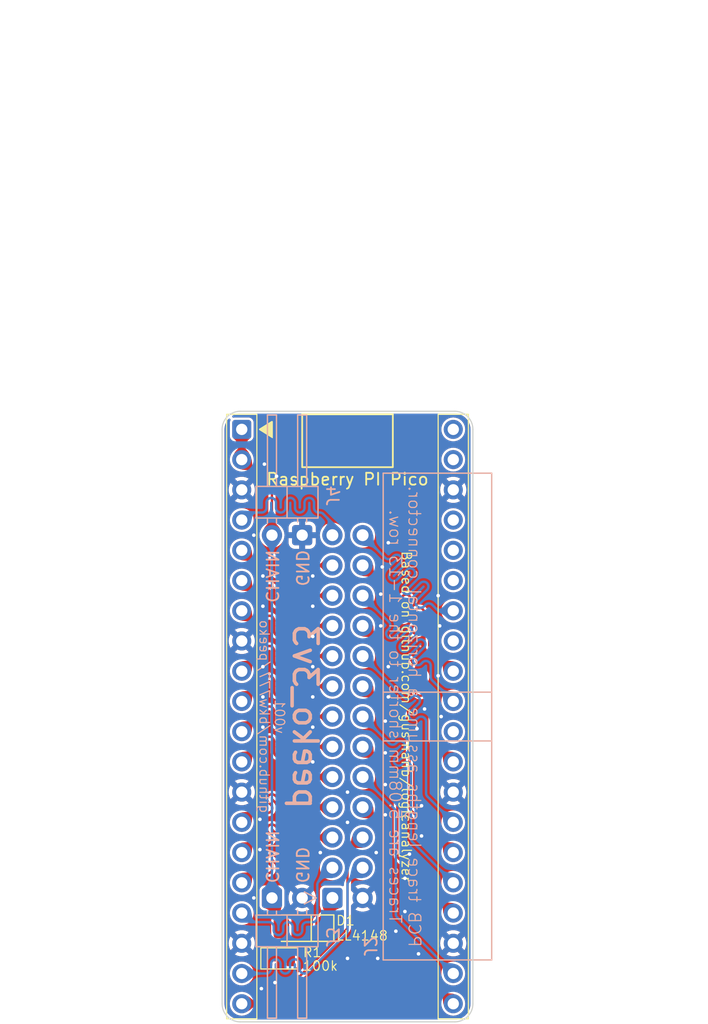
<source format=kicad_pcb>
(kicad_pcb (version 20240108) (generator "pcbnew") (generator_version "8.0")
  (title_block (title "peeko_3v3") (date "2024-09-18") (rev "001") (comment 1 "github.com/bkw777/peeko"))
  (layers (0 "F.Cu" signal) (31 "B.Cu" signal) (34 "B.Paste" user) (35 "F.Paste" user) (36 "B.SilkS" user "B.Silkscreen") (37 "F.SilkS" user "F.Silkscreen") (38 "B.Mask" user) (39 "F.Mask" user) (44 "Edge.Cuts" user))
  (net 0 "")
  (net 1 "/CHAIN")
  (net 2 "/TRIGGER")
  (net 3 "GND")
  (net 4 "/CH22")
  (net 5 "/CH6")
  (net 6 "/CH9")
  (net 7 "/CH11")
  (net 8 "/CH2")
  (net 9 "/CH13")
  (net 10 "/CH0")
  (net 11 "/CH23")
  (net 12 "/CH3")
  (net 13 "/CH21")
  (net 14 "/CH17")
  (net 15 "/CH7")
  (net 16 "/CH1")
  (net 17 "/CH4")
  (net 18 "/CH20")
  (net 19 "/CH8")
  (net 20 "/CH18")
  (net 21 "/CH16")
  (net 22 "/CH15")
  (net 23 "/CH10")
  (net 24 "/CH5")
  (net 25 "/CH12")
  (net 29 "/CH14")
  (net 32 "/CH19")
  (net 33 "+3V3")
  (net 34 "+5V")
  (footprint "000_LOCAL:DIP_40_700" (layer "F.Cu") (at 152.4 114.3)
    (property "Reference" "J1" (hide yes))
    (property "Value" "Raspberry PI Pico")
  )
  (footprint "000_LOCAL:D_MiniMELF" (layer "F.Cu") (at 148.59 132.08 180)
    (property "Reference" "D1")
    (property "Value" "LL4148")
  )
  (footprint "000_LOCAL:R_0805" (layer "F.Cu") (at 146.685 134.62 180)
    (property "Reference" "R1")
    (property "Value" "100k")
  )
  (footprint "000_LOCAL:PinHeader_1x02_P2.54mm_Horizontal" (layer "B.Cu") (at 146.05 129.54 -90)
    (property "Reference" "J3")
    (property "Value" "Conn_01x02_Pin")
  )
  (footprint "000_LOCAL:PinHeader_1x02_P2.54mm_Horizontal" (layer "B.Cu") (at 148.59 99.06 90)
    (property "Reference" "J4")
    (property "Value" "Conn_01x02_Pin")
  )
  (footprint "Connector_IDC:IDC-Header_2x13_P2.54mm_Horizontal" (layer "B.Cu") (at 151.13 129.54)
    (property "Reference" "J2")
    (property "Value" "Conn_02x15_Odd_Even")
  )
  (gr_poly (pts (xy 145.034 90.17) (xy 146.05 89.535) (xy 146.05 90.805)) (stroke (width 0.15)) (fill solid) (layer "F.SilkS"))
  (gr_rect (start 148.59 88.9) (end 156.21 93.345) (stroke (width 0.15)) (fill none) (layer "F.SilkS"))
  (gr_line (start 143.383 139.954) (end 161.417 139.954) (stroke (width 0.1)) (layer "Edge.Cuts"))
  (gr_arc (start 143.383 139.954) (mid 142.305369 139.507631) (end 141.859 138.43) (stroke (width 0.1)) (layer "Edge.Cuts"))
  (gr_line (start 141.859 90.17) (end 141.859 138.43) (stroke (width 0.1)) (layer "Edge.Cuts"))
  (gr_arc (start 162.941 138.43) (mid 162.494631 139.507631) (end 161.417 139.954) (stroke (width 0.1)) (layer "Edge.Cuts"))
  (gr_arc (start 141.859 90.17) (mid 142.305369 89.092369) (end 143.383 88.646) (stroke (width 0.1)) (layer "Edge.Cuts"))
  (gr_line (start 161.417 88.646) (end 143.383 88.646) (stroke (width 0.1)) (layer "Edge.Cuts"))
  (gr_arc (start 161.417 88.646) (mid 162.494631 89.092369) (end 162.941 90.17) (stroke (width 0.1)) (layer "Edge.Cuts"))
  (gr_line (start 162.941 138.43) (end 162.941 90.17) (stroke (width 0.1)) (layer "Edge.Cuts"))
  (gr_text "CHAIN" (at 146.05 100.203 270) (layer "B.SilkS") (effects (font (size 1 1)) (justify right mirror)))
  (gr_text "GND" (at 148.59 128.397 270) (layer "B.SilkS") (effects (font (size 1 1)) (justify left mirror)))
  (gr_text "v${REVISION}\n${COMMENT1}" (at 146.05 114.3 270) (layer "B.SilkS") (effects (font (size 0.8 0.8) (thickness 0.1)) (justify mirror)))
  (gr_text "${TITLE}" (at 148.844 114.3 270) (layer "B.SilkS") (effects (font (size 2 2) (thickness 0.3)) (justify mirror)))
  (gr_text "GND" (at 148.59 100.203 270) (layer "B.SilkS") (effects (font (size 1 1)) (justify right mirror)))
  (gr_text "CHAIN" (at 146.05 128.397 -90) (layer "B.SilkS") (effects (font (size 1 1)) (justify left mirror)))
  (gr_text "PCB trace lengths assume a horizontal connector.\nTraces are 5.08mm shorter to the 1-13 row." (at 155.829 114.3 270) (layer "B.SilkS") (effects (font (size 1 1) (thickness 0.1)) (justify bottom mirror)))
  (gr_text "Based on github.com/gusmanb/logicanalyzer" (at 157.353 114.3 270) (layer "F.SilkS") (effects (font (size 0.8 0.8) (thickness 0.1))))
  (segment (start 146.05 129.54) (end 146.558 130.048) (width 0.2) (layer "F.Cu") (net 1))
  (segment (start 146.558 131.798) (end 146.84 132.08) (width 0.2) (layer "F.Cu") (net 1))
  (segment (start 146.05 95.415685) (end 146.05 99.06) (width 0.2) (layer "F.Cu") (net 1))
  (segment (start 143.51 92.71) (end 143.51 90.17) (width 0.2) (layer "F.Cu") (net 1))
  (segment (start 143.51 92.71) (end 145.932843 95.132843) (width 0.2) (layer "F.Cu") (net 1))
  (segment (start 146.558 130.048) (end 146.558 131.798) (width 0.2) (layer "F.Cu") (net 1))
  (arc (start 146.05 95.415685) (mid 146.019552 95.262612) (end 145.932843 95.132843) (width 0.2) (layer "F.Cu") (net 1))
  (segment (start 146.05 99.06) (end 146.05 129.54) (width 0.2) (layer "B.Cu") (net 1))
  (segment (start 149.225 133.35) (end 150.34 132.235) (width 0.2) (layer "F.Cu") (net 2))
  (segment (start 150.622 131.798) (end 150.34 132.08) (width 0.2) (layer "F.Cu") (net 2))
  (segment (start 151.13 129.54) (end 150.622 130.048) (width 0.2) (layer "F.Cu") (net 2))
  (segment (start 150.34 132.235) (end 150.34 132.08) (width 0.2) (layer "F.Cu") (net 2))
  (segment (start 147.5975 134.62) (end 147.5975 134.4695) (width 0.2) (layer "F.Cu") (net 2))
  (segment (start 150.622 130.048) (end 150.622 131.798) (width 0.2) (layer "F.Cu") (net 2))
  (segment (start 148.717 133.35) (end 149.225 133.35) (width 0.2) (layer "F.Cu") (net 2))
  (segment (start 147.5975 134.4695) (end 148.717 133.35) (width 0.2) (layer "F.Cu") (net 2))
  (via (at 146.304 136.652) (size 0.5) (drill 0.3) (layers "F.Cu" "B.Cu") (net 3))
  (via (at 149.479 102.489) (size 0.5) (drill 0.3) (layers "F.Cu" "B.Cu") (net 3))
  (via (at 144.526 129.54) (size 0.5) (drill 0.3) (layers "F.Cu" "B.Cu") (net 3))
  (via (at 145.034 122.936) (size 0.5) (drill 0.3) (layers "F.Cu" "B.Cu") (net 3))
  (via (at 150.114 125.73) (size 0.5) (drill 0.3) (layers "F.Cu" "B.Cu") (net 3))
  (via (at 160.147 106.68) (size 0.5) (drill 0.3) (layers "F.Cu" "B.Cu") (net 3))
  (via (at 146.431 94.107) (size 0.5) (drill 0.3) (layers "F.Cu" "B.Cu") (net 3))
  (via (at 158.369 134.239) (size 0.5) (drill 0.3) (layers "F.Cu" "B.Cu") (net 3))
  (via (at 156.464 132.334) (size 0.5) (drill 0.3) (layers "F.Cu" "B.Cu") (net 3))
  (via (at 160.02 104.14) (size 0.5) (drill 0.3) (layers "F.Cu" "B.Cu") (net 3))
  (via (at 157.607 125.857) (size 0.5) (drill 0.3) (layers "F.Cu" "B.Cu") (net 3))
  (via (at 158.877 113.665) (size 0.5) (drill 0.3) (layers "F.Cu" "B.Cu") (net 3))
  (via (at 152.4 120.65) (size 0.5) (drill 0.3) (layers "F.Cu" "B.Cu") (net 3))
  (via (at 149.479 118.11) (size 0.5) (drill 0.3) (layers "F.Cu" "B.Cu") (net 3))
  (via (at 155.829 110.109) (size 0.5) (drill 0.3) (layers "F.Cu" "B.Cu") (net 3))
  (via (at 155.194 104.013) (size 0.5) (drill 0.3) (layers "F.Cu" "B.Cu") (net 3))
  (via (at 149.479 105.029) (size 0.5) (drill 0.3) (layers "F.Cu" "B.Cu") (net 3))
  (via (at 154.94 134.62) (size 0.5) (drill 0.3) (layers "F.Cu" "B.Cu") (net 3))
  (via (at 149.479 112.649) (size 0.5) (drill 0.3) (layers "F.Cu" "B.Cu") (net 3))
  (via (at 155.575 117.348) (size 0.5) (drill 0.3) (layers "F.Cu" "B.Cu") (net 3))
  (via (at 152.4 123.19) (size 0.5) (drill 0.3) (layers "F.Cu" "B.Cu") (net 3))
  (via (at 145.288 105.029) (size 0.5) (drill 0.3) (layers "F.Cu" "B.Cu") (net 3))
  (via (at 145.288 110.109) (size 0.5) (drill 0.3) (layers "F.Cu" "B.Cu") (net 3))
  (via (at 155.575 120.015) (size 0.5) (drill 0.3) (layers "F.Cu" "B.Cu") (net 3))
  (via (at 160.274 114.3) (size 0.5) (drill 0.3) (layers "F.Cu" "B.Cu") (net 3))
  (via (at 155.194 106.68) (size 0.5) (drill 0.3) (layers "F.Cu" "B.Cu") (net 3))
  (via (at 145.288 102.489) (size 0.5) (drill 0.3) (layers "F.Cu" "B.Cu") (net 3))
  (via (at 149.479 107.569) (size 0.5) (drill 0.3) (layers "F.Cu" "B.Cu") (net 3))
  (via (at 144.526 99.06) (size 0.5) (drill 0.3) (layers "F.Cu" "B.Cu") (net 3))
  (via (at 155.321 101.727) (size 0.5) (drill 0.3) (layers "F.Cu" "B.Cu") (net 3))
  (via (at 154.813 125.73) (size 0.5) (drill 0.3) (layers "F.Cu" "B.Cu") (net 3))
  (via (at 160.02 110.871) (size 0.5) (drill 0.3) (layers "F.Cu" "B.Cu") (net 3))
  (via (at 155.575 122.555) (size 0.5) (drill 0.3) (layers "F.Cu" "B.Cu") (net 3))
  (via (at 145.161 137.16) (size 0.5) (drill 0.3) (layers "F.Cu" "B.Cu") (net 3))
  (via (at 157.226 127.889) (size 0.5) (drill 0.3) (layers "F.Cu" "B.Cu") (net 3))
  (via (at 155.829 99.695) (size 0.5) (drill 0.3) (layers "F.Cu" "B.Cu") (net 3))
  (via (at 145.415 93.091) (size 0.5) (drill 0.3) (layers "F.Cu" "B.Cu") (net 3))
  (via (at 145.288 115.189) (size 0.5) (drill 0.3) (layers "F.Cu" "B.Cu") (net 3))
  (via (at 149.479 110.109) (size 0.5) (drill 0.3) (layers "F.Cu" "B.Cu") (net 3))
  (via (at 157.226 130.683) (size 0.5) (drill 0.3) (layers "F.Cu" "B.Cu") (net 3))
  (via (at 158.623 124.333) (size 0.5) (drill 0.3) (layers "F.Cu" "B.Cu") (net 3))
  (via (at 145.034 125.476) (size 0.5) (drill 0.3) (layers "F.Cu" "B.Cu") (net 3))
  (via (at 158.242 115.316) (size 0.5) (drill 0.3) (layers "F.Cu" "B.Cu") (net 3))
  (via (at 152.4 134.62) (size 0.5) (drill 0.3) (layers "F.Cu" "B.Cu") (net 3))
  (via (at 149.479 115.189) (size 0.5) (drill 0.3) (layers "F.Cu" "B.Cu") (net 3))
  (via (at 145.288 112.649) (size 0.5) (drill 0.3) (layers "F.Cu" "B.Cu") (net 3))
  (via (at 155.829 112.649) (size 0.5) (drill 0.3) (layers "F.Cu" "B.Cu") (net 3))
  (via (at 158.623 121.793) (size 0.5) (drill 0.3) (layers "F.Cu" "B.Cu") (net 3))
  (via (at 155.575 114.681) (size 0.5) (drill 0.3) (layers "F.Cu" "B.Cu") (net 3))
  (segment (start 158.055503 106.553001) (end 158.338346 106.270158) (width 0.2) (layer "F.Cu") (net 4))
  (segment (start 155.365991 103.297803) (end 153.67 101.601812) (width 0.2) (layer "F.Cu") (net 4))
  (segment (start 159.186897 107.118709) (end 159.186876 107.118688) (width 0.2) (layer "F.Cu") (net 4))
  (segment (start 156.358439 104.855936) (end 156.239798 104.974577) (width 0.2) (layer "F.Cu") (net 4))
  (segment (start 158.62119 107.118688) (end 158.502539 107.237336) (width 0.2) (layer "F.Cu") (net 4))
  (segment (start 158.174169 105.302961) (end 157.772658 105.704471) (width 0.2) (layer "F.Cu") (net 4))
  (segment (start 158.338345 106.270157) (end 158.739855 105.868646) (width 0.2) (layer "F.Cu") (net 4))
  (segment (start 157.936853 106.67165) (end 158.055503 106.553001) (width 0.2) (layer "F.Cu") (net 4))
  (segment (start 156.805497 105.540259) (end 157.206971 105.138782) (width 0.2) (layer "F.Cu") (net 4))
  (segment (start 155.792754 103.724566) (end 155.365991 103.297803) (width 0.2) (layer "F.Cu") (net 4))
  (segment (start 159.267842 108.302157) (end 159.267842 107.613972) (width 0.2) (layer "F.Cu") (net 4))
  (segment (start 157.772658 105.70447) (end 157.371181 106.105944) (width 0.2) (layer "F.Cu") (net 4))
  (segment (start 157.042772 104.171607) (end 156.641283 104.573095) (width 0.2) (layer "F.Cu") (net 4))
  (segment (start 157.20697 105.138782) (end 157.608458 104.737293) (width 0.2) (layer "F.Cu") (net 4))
  (segment (start 157.772658 105.704471) (end 157.772658 105.70447) (width 0.2) (layer "F.Cu") (net 4))
  (segment (start 159.267842 107.613972) (end 159.267842 107.363527) (width 0.2) (layer "F.Cu") (net 4))
  (segment (start 158.338346 106.270158) (end 158.338345 106.270157) (width 0.2) (layer "F.Cu") (net 4))
  (segment (start 156.641283 104.573095) (end 156.358439 104.855936) (width 0.2) (layer "F.Cu") (net 4))
  (segment (start 155.792753 103.724564) (end 155.792754 103.724566) (width 0.2) (layer "F.Cu") (net 4))
  (segment (start 161.29 110.49) (end 159.385 108.585) (width 0.2) (layer "F.Cu") (net 4))
  (segment (start 153.67 101.601812) (end 153.67 101.6) (width 0.2) (layer "F.Cu") (net 4))
  (segment (start 157.206971 105.138782) (end 157.20697 105.138782) (width 0.2) (layer "F.Cu") (net 4))
  (segment (start 155.674112 104.408891) (end 155.792754 104.29025) (width 0.2) (layer "F.Cu") (net 4))
  (arc (start 157.608458 104.737293) (mid 157.725615 104.45445) (end 157.608458 104.171607) (width 0.2) (layer "F.Cu") (net 4))
  (arc (start 157.936853 107.237336) (mid 157.819696 106.954493) (end 157.936853 106.67165) (width 0.2) (layer "F.Cu") (net 4))
  (arc (start 156.239798 104.974577) (mid 155.956955 105.091734) (end 155.674112 104.974577) (width 0.2) (layer "F.Cu") (net 4))
  (arc (start 159.186876 107.118688) (mid 158.904033 107.001531) (end 158.62119 107.118688) (width 0.2) (layer "F.Cu") (net 4))
  (arc (start 158.739855 105.868646) (mid 158.857012 105.585803) (end 158.739855 105.302961) (width 0.2) (layer "F.Cu") (net 4))
  (arc (start 155.792754 104.29025) (mid 155.909911 104.007407) (end 155.792753 103.724564) (width 0.2) (layer "F.Cu") (net 4))
  (arc (start 157.608458 104.171607) (mid 157.325615 104.05445) (end 157.042772 104.171607) (width 0.2) (layer "F.Cu") (net 4))
  (arc (start 157.371181 106.105944) (mid 157.088338 106.223101) (end 156.805497 106.105945) (width 0.2) (layer "F.Cu") (net 4))
  (arc (start 156.805497 106.105945) (mid 156.68834 105.823102) (end 156.805497 105.540259) (width 0.2) (layer "F.Cu") (net 4))
  (arc (start 158.739855 105.302961) (mid 158.457012 105.185804) (end 158.174169 105.302961) (width 0.2) (layer "F.Cu") (net 4))
  (arc (start 159.385 108.585) (mid 159.298291 108.455231) (end 159.267842 108.302157) (width 0.2) (layer "F.Cu") (net 4))
  (arc (start 155.674112 104.974577) (mid 155.556955 104.691734) (end 155.674112 104.408891) (width 0.2) (layer "F.Cu") (net 4))
  (arc (start 159.267842 107.363527) (mid 159.24661 107.234954) (end 159.186897 107.118709) (width 0.2) (layer "F.Cu") (net 4))
  (arc (start 158.502539 107.237336) (mid 158.219696 107.354493) (end 157.936853 107.237336) (width 0.2) (layer "F.Cu") (net 4))
  (segment (start 146.234 113.9) (end 146.234 114.3) (width 0.2) (layer "F.Cu") (net 5))
  (segment (start 145.434 113.9) (end 145.434 113.851857) (width 0.2) (layer "F.Cu") (net 5))
  (segment (start 147.834 113.851857) (end 147.834 114.3) (width 0.2) (layer "F.Cu") (net 5))
  (segment (start 149.434 113.851857) (end 149.434 113.9) (width 0.2) (layer "F.Cu") (net 5))
  (segment (start 148.634 113.9) (end 148.634 113.851857) (width 0.2) (layer "F.Cu") (net 5))
  (segment (start 143.51 115.57) (end 144.662842 114.417158) (width 0.2) (layer "F.Cu") (net 5))
  (segment (start 146.234 114.3) (end 146.234 114.748143) (width 0.2) (layer "F.Cu") (net 5))
  (segment (start 147.034 114.3) (end 147.034 113.851857) (width 0.2) (layer "F.Cu") (net 5))
  (segment (start 147.834 114.3) (end 147.834 114.748143) (width 0.2) (layer "F.Cu") (net 5))
  (segment (start 148.634 114.3) (end 148.634 113.9) (width 0.2) (layer "F.Cu") (net 5))
  (segment (start 144.945685 114.3) (end 145.034 114.3) (width 0.2) (layer "F.Cu") (net 5))
  (segment (start 148.634 114.748143) (end 148.634 114.3) (width 0.2) (layer "F.Cu") (net 5))
  (segment (start 147.034 114.748143) (end 147.034 114.3) (width 0.2) (layer "F.Cu") (net 5))
  (segment (start 150.241 114.3) (end 151.13 114.3) (width 0.2) (layer "F.Cu") (net 5))
  (segment (start 146.234 113.851857) (end 146.234 113.9) (width 0.2) (layer "F.Cu") (net 5))
  (segment (start 149.834 114.3) (end 150.241 114.3) (width 0.2) (layer "F.Cu") (net 5))
  (arc (start 147.834 114.748143) (mid 147.951157 115.030986) (end 148.234 115.148143) (width 0.2) (layer "F.Cu") (net 5))
  (arc (start 145.434 113.851857) (mid 145.551157 113.569014) (end 145.834 113.451857) (width 0.2) (layer "F.Cu") (net 5))
  (arc (start 145.834 113.451857) (mid 146.116843 113.569014) (end 146.234 113.851857) (width 0.2) (layer "F.Cu") (net 5))
  (arc (start 146.234 114.748143) (mid 146.351157 115.030986) (end 146.634 115.148143) (width 0.2) (layer "F.Cu") (net 5))
  (arc (start 149.434 113.9) (mid 149.551157 114.182843) (end 149.834 114.3) (width 0.2) (layer "F.Cu") (net 5))
  (arc (start 147.034 113.851857) (mid 147.151157 113.569014) (end 147.434 113.451857) (width 0.2) (layer "F.Cu") (net 5))
  (arc (start 146.634 115.148143) (mid 146.916843 115.030986) (end 147.034 114.748143) (width 0.2) (layer "F.Cu") (net 5))
  (arc (start 144.662842 114.417158) (mid 144.792611 114.330448) (end 144.945685 114.3) (width 0.2) (layer "F.Cu") (net 5))
  (arc (start 148.234 115.148143) (mid 148.516843 115.030986) (end 148.634 114.748143) (width 0.2) (layer "F.Cu") (net 5))
  (arc (start 148.634 113.851857) (mid 148.751157 113.569014) (end 149.034 113.451857) (width 0.2) (layer "F.Cu") (net 5))
  (arc (start 147.434 113.451857) (mid 147.716843 113.569014) (end 147.834 113.851857) (width 0.2) (layer "F.Cu") (net 5))
  (arc (start 149.034 113.451857) (mid 149.316843 113.569014) (end 149.434 113.851857) (width 0.2) (layer "F.Cu") (net 5))
  (arc (start 145.034 114.3) (mid 145.316843 114.182843) (end 145.434 113.9) (width 0.2) (layer "F.Cu") (net 5))
  (segment (start 147.161614 123.193038) (end 146.887129 122.918553) (width 0.2) (layer "F.Cu") (net 6))
  (segment (start 146.887129 122.352868) (end 146.88713 122.352869) (width 0.2) (layer "F.Cu") (net 6))
  (segment (start 143.51 125.73) (end 144.607991 124.632009) (width 0.2) (layer "F.Cu") (net 6))
  (segment (start 144.607991 124.632009) (end 144.624389 124.615611) (width 0.2) (layer "F.Cu") (net 6))
  (segment (start 151.13 121.92) (end 151.128189 121.918189) (width 0.2) (layer "F.Cu") (net 6))
  (segment (start 143.51 125.728188) (end 143.51 125.73) (width 0.2) (layer "F.Cu") (net 6))
  (segment (start 145.190074 124.615611) (end 145.393883 124.81942) (width 0.2) (layer "F.Cu") (net 6))
  (segment (start 150.008275 121.92) (end 151.13 121.92) (width 0.2) (layer "F.Cu") (net 6))
  (segment (start 146.88713 122.352869) (end 147.202843 122.037157) (width 0.2) (layer "F.Cu") (net 6))
  (segment (start 149.235655 122.958163) (end 149.235655 122.32) (width 0.2) (layer "F.Cu") (net 6))
  (segment (start 149.635655 121.92) (end 150.008275 121.92) (width 0.2) (layer "F.Cu") (net 6))
  (segment (start 145.755758 123.484239) (end 145.755759 123.48424) (width 0.2) (layer "F.Cu") (net 6))
  (segment (start 146.321445 123.48424) (end 146.595929 123.758724) (width 0.2) (layer "F.Cu") (net 6))
  (segment (start 145.755759 123.48424) (end 145.75576 123.48424) (width 0.2) (layer "F.Cu") (net 6))
  (segment (start 148.435655 122.32) (end 148.435655 122.958163) (width 0.2) (layer "F.Cu") (net 6))
  (segment (start 147.485685 121.92) (end 148.035655 121.92) (width 0.2) (layer "F.Cu") (net 6))
  (segment (start 145.959568 124.253734) (end 145.755758 124.049924) (width 0.2) (layer "F.Cu") (net 6))
  (arc (start 146.887129 122.918553) (mid 146.769971 122.635711) (end 146.887129 122.352868) (width 0.2) (layer "F.Cu") (net 6))
  (arc (start 145.755758 124.049924) (mid 145.6386 123.767082) (end 145.755758 123.484239) (width 0.2) (layer "F.Cu") (net 6))
  (arc (start 145.393883 124.81942) (mid 145.676726 124.936577) (end 145.959568 124.81942) (width 0.2) (layer "F.Cu") (net 6))
  (arc (start 146.595929 123.758724) (mid 146.878772 123.875881) (end 147.161614 123.758724) (width 0.2) (layer "F.Cu") (net 6))
  (arc (start 147.161614 123.758724) (mid 147.278771 123.475881) (end 147.161614 123.193038) (width 0.2) (layer "F.Cu") (net 6))
  (arc (start 148.035655 121.92) (mid 148.318498 122.037157) (end 148.435655 122.32) (width 0.2) (layer "F.Cu") (net 6))
  (arc (start 147.202843 122.037157) (mid 147.332612 121.950448) (end 147.485685 121.92) (width 0.2) (layer "F.Cu") (net 6))
  (arc (start 148.435655 122.958163) (mid 148.552812 123.241006) (end 148.835655 123.358163) (width 0.2) (layer "F.Cu") (net 6))
  (arc (start 149.235655 122.32) (mid 149.352812 122.037157) (end 149.635655 121.92) (width 0.2) (layer "F.Cu") (net 6))
  (arc (start 145.959568 124.81942) (mid 146.076725 124.536577) (end 145.959568 124.253734) (width 0.2) (layer "F.Cu") (net 6))
  (arc (start 148.835655 123.358163) (mid 149.118498 123.241006) (end 149.235655 122.958163) (width 0.2) (layer "F.Cu") (net 6))
  (arc (start 145.75576 123.48424) (mid 146.038602 123.367083) (end 146.321445 123.48424) (width 0.2) (layer "F.Cu") (net 6))
  (arc (start 144.624389 124.615611) (mid 144.907231 124.498454) (end 145.190074 124.615611) (width 0.2) (layer "F.Cu") (net 6))
  (segment (start 147.796 131.972) (end 147.796 132.259175) (width 0.2) (layer "B.Cu") (net 7))
  (segment (start 146.996 132.259154) (end 146.996 131.972) (width 0.2) (layer "B.Cu") (net 7))
  (segment (start 148.596 132.259175) (end 148.596 131.972) (width 0.2) (layer "B.Cu") (net 7))
  (segment (start 148.998897 131.572) (end 149.46 131.572) (width 0.2) (layer "B.Cu") (net 7))
  (segment (start 148.996 131.572) (end 148.998897 131.572) (width 0.2) (layer "B.Cu") (net 7))
  (segment (start 144.272 131.572) (end 145.796 131.572) (width 0.2) (layer "B.Cu") (net 7))
  (segment (start 149.86 131.172) (end 149.86 128.435685) (width 0.2) (layer "B.Cu") (net 7))
  (segment (start 149.977157 128.152843) (end 151.13 127) (width 0.2) (layer "B.Cu") (net 7))
  (segment (start 146.196 131.972) (end 146.196 132.259154) (width 0.2) (layer "B.Cu") (net 7))
  (segment (start 143.51 130.81) (end 144.272 131.572) (width 0.2) (layer "B.Cu") (net 7))
  (arc (start 147.396 131.572) (mid 147.678843 131.689157) (end 147.796 131.972) (width 0.2) (layer "B.Cu") (net 7))
  (arc (start 149.46 131.572) (mid 149.742843 131.454843) (end 149.86 131.172) (width 0.2) (layer "B.Cu") (net 7))
  (arc (start 148.196 132.659175) (mid 148.478843 132.542018) (end 148.596 132.259175) (width 0.2) (layer "B.Cu") (net 7))
  (arc (start 148.596 131.972) (mid 148.713157 131.689157) (end 148.996 131.572) (width 0.2) (layer "B.Cu") (net 7))
  (arc (start 146.196 132.259154) (mid 146.313157 132.541997) (end 146.596 132.659154) (width 0.2) (layer "B.Cu") (net 7))
  (arc (start 146.596 132.659154) (mid 146.878843 132.541997) (end 146.996 132.259154) (width 0.2) (layer "B.Cu") (net 7))
  (arc (start 145.796 131.572) (mid 146.078843 131.689157) (end 146.196 131.972) (width 0.2) (layer "B.Cu") (net 7))
  (arc (start 149.86 128.435685) (mid 149.890448 128.282612) (end 149.977157 128.152843) (width 0.2) (layer "B.Cu") (net 7))
  (arc (start 146.996 131.972) (mid 147.113157 131.689157) (end 147.396 131.572) (width 0.2) (layer "B.Cu") (net 7))
  (arc (start 147.796 132.259175) (mid 147.913157 132.542018) (end 148.196 132.659175) (width 0.2) (layer "B.Cu") (net 7))
  (segment (start 149.434 103.691857) (end 149.434 103.74) (width 0.2) (layer "F.Cu") (net 8))
  (segment (start 143.51 102.87) (end 144.662842 104.022842) (width 0.2) (layer "F.Cu") (net 8))
  (segment (start 146.234 103.691857) (end 146.234 103.74) (width 0.2) (layer "F.Cu") (net 8))
  (segment (start 148.634 103.74) (end 148.634 103.691857) (width 0.2) (layer "F.Cu") (net 8))
  (segment (start 150.241 104.14) (end 151.13 104.14) (width 0.2) (layer "F.Cu") (net 8))
  (segment (start 145.434 103.74) (end 145.434 103.691857) (width 0.2) (layer "F.Cu") (net 8))
  (segment (start 144.945685 104.14) (end 145.034 104.14) (width 0.2) (layer "F.Cu") (net 8))
  (segment (start 146.234 103.74) (end 146.234 104.14) (width 0.2) (layer "F.Cu") (net 8))
  (segment (start 148.634 104.588143) (end 148.634 104.14) (width 0.2) (layer "F.Cu") (net 8))
  (segment (start 148.634 104.14) (end 148.634 103.74) (width 0.2) (layer "F.Cu") (net 8))
  (segment (start 147.834 103.691857) (end 147.834 104.14) (width 0.2) (layer "F.Cu") (net 8))
  (segment (start 149.834 104.14) (end 150.241 104.14) (width 0.2) (layer "F.Cu") (net 8))
  (segment (start 147.034 104.588143) (end 147.034 104.14) (width 0.2) (layer "F.Cu") (net 8))
  (segment (start 146.234 104.14) (end 146.234 104.588143) (width 0.2) (layer "F.Cu") (net 8))
  (segment (start 147.834 104.14) (end 147.834 104.588143) (width 0.2) (layer "F.Cu") (net 8))
  (segment (start 147.034 104.14) (end 147.034 103.691857) (width 0.2) (layer "F.Cu") (net 8))
  (arc (start 147.434 103.291857) (mid 147.716843 103.409014) (end 147.834 103.691857) (width 0.2) (layer "F.Cu") (net 8))
  (arc (start 148.634 103.691857) (mid 148.751157 103.409014) (end 149.034 103.291857) (width 0.2) (layer "F.Cu") (net 8))
  (arc (start 146.234 104.588143) (mid 146.351157 104.870986) (end 146.634 104.988143) (width 0.2) (layer "F.Cu") (net 8))
  (arc (start 145.034 104.14) (mid 145.316843 104.022843) (end 145.434 103.74) (width 0.2) (layer "F.Cu") (net 8))
  (arc (start 146.634 104.988143) (mid 146.916843 104.870986) (end 147.034 104.588143) (width 0.2) (layer "F.Cu") (net 8))
  (arc (start 145.834 103.291857) (mid 146.116843 103.409014) (end 146.234 103.691857) (width 0.2) (layer "F.Cu") (net 8))
  (arc (start 149.434 103.74) (mid 149.551157 104.022843) (end 149.834 104.14) (width 0.2) (layer "F.Cu") (net 8))
  (arc (start 145.434 103.691857) (mid 145.551157 103.409014) (end 145.834 103.291857) (width 0.2) (layer "F.Cu") (net 8))
  (arc (start 144.662842 104.022842) (mid 144.792611 104.109552) (end 144.945685 104.14) (width 0.2) (layer "F.Cu") (net 8))
  (arc (start 147.834 104.588143) (mid 147.951157 104.870986) (end 148.234 104.988143) (width 0.2) (layer "F.Cu") (net 8))
  (arc (start 149.034 103.291857) (mid 149.316843 103.409014) (end 149.434 103.691857) (width 0.2) (layer "F.Cu") (net 8))
  (arc (start 147.034 103.691857) (mid 147.151157 103.409014) (end 147.434 103.291857) (width 0.2) (layer "F.Cu") (net 8))
  (arc (start 148.234 104.988143) (mid 148.516843 104.870986) (end 148.634 104.588143) (width 0.2) (layer "F.Cu") (net 8))
  (segment (start 143.51 138.43) (end 145.909715 138.43) (width 0.2) (layer "F.Cu") (net 9))
  (segment (start 146.192558 138.312842) (end 152.282843 132.222557) (width 0.2) (layer "F.Cu") (net 9))
  (segment (start 152.517158 125.612842) (end 153.67 124.46) (width 0.2) (layer "F.Cu") (net 9))
  (segment (start 152.4 131.939715) (end 152.4 125.895685) (width 0.2) (layer "F.Cu") (net 9))
  (arc (start 152.282843 132.222557) (mid 152.369552 132.092788) (end 152.4 131.939715) (width 0.2) (layer "F.Cu") (net 9))
  (arc (start 145.909715 138.43) (mid 146.062789 138.399552) (end 146.192558 138.312842) (width 0.2) (layer "F.Cu") (net 9))
  (arc (start 152.4 125.895685) (mid 152.430449 125.742611) (end 152.517158 125.612842) (width 0.2) (layer "F.Cu") (net 9))
  (segment (start 144.145 97.155) (end 143.51 97.79) (width 0.2) (layer "B.Cu") (net 10))
  (segment (start 151.13 99.06) (end 151.13 98.044) (width 0.2) (layer "B.Cu") (net 10))
  (segment (start 146.387 96.755) (end 146.387 96.328308) (width 0.2) (layer "B.Cu") (net 10))
  (segment (start 150.075315 97.155) (end 149.987 97.155) (width 0.2) (layer "B.Cu") (net 10))
  (segment (start 149.587 96.755) (end 149.587 96.328308) (width 0.2) (layer "B.Cu") (net 10))
  (segment (start 145.587 96.328308) (end 145.587 96.755) (width 0.2) (layer "B.Cu") (net 10))
  (segment (start 144.78 97.155) (end 144.145 97.155) (width 0.2) (layer "B.Cu") (net 10))
  (segment (start 148.787 96.328308) (end 148.787 96.755) (width 0.2) (layer "B.Cu") (net 10))
  (segment (start 147.987 96.755) (end 147.987 96.328329) (width 0.2) (layer "B.Cu") (net 10))
  (segment (start 145.187 97.155) (end 144.78 97.155) (width 0.2) (layer "B.Cu") (net 10))
  (segment (start 151.13 98.044) (end 150.358157 97.272157) (width 0.2) (layer "B.Cu") (net 10))
  (segment (start 147.187 96.328329) (end 147.187 96.755) (width 0.2) (layer "B.Cu") (net 10))
  (arc (start 146.787 97.155) (mid 146.504157 97.037843) (end 146.387 96.755) (width 0.2) (layer "B.Cu") (net 10))
  (arc (start 145.987 95.928308) (mid 145.704157 96.045465) (end 145.587 96.328308) (width 0.2) (layer "B.Cu") (net 10))
  (arc (start 145.587 96.755) (mid 145.469843 97.037843) (end 145.187 97.155) (width 0.2) (layer "B.Cu") (net 10))
  (arc (start 147.987 96.328329) (mid 147.869843 96.045486) (end 147.587 95.928329) (width 0.2) (layer "B.Cu") (net 10))
  (arc (start 148.787 96.755) (mid 148.669843 97.037843) (end 148.387 97.155) (width 0.2) (layer "B.Cu") (net 10))
  (arc (start 147.587 95.928329) (mid 147.304157 96.045486) (end 147.187 96.328329) (width 0.2) (layer "B.Cu") (net 10))
  (arc (start 146.387 96.328308) (mid 146.269843 96.045465) (end 145.987 95.928308) (width 0.2) (layer "B.Cu") (net 10))
  (arc (start 147.187 96.755) (mid 147.069843 97.037843) (end 146.787 97.155) (width 0.2) (layer "B.Cu") (net 10))
  (arc (start 150.358157 97.272157) (mid 150.228388 97.185448) (end 150.075315 97.155) (width 0.2) (layer "B.Cu") (net 10))
  (arc (start 148.387 97.155) (mid 148.104157 97.037843) (end 147.987 96.755) (width 0.2) (layer "B.Cu") (net 10))
  (arc (start 149.987 97.155) (mid 149.704157 97.037843) (end 149.587 96.755) (width 0.2) (layer "B.Cu") (net 10))
  (arc (start 149.187 95.928308) (mid 148.904157 96.045465) (end 148.787 96.328308) (width 0.2) (layer "B.Cu") (net 10))
  (arc (start 149.587 96.328308) (mid 149.469843 96.045465) (end 149.187 95.928308) (width 0.2) (layer "B.Cu") (net 10))
  (segment (start 161.29 105.41) (end 160.02 105.41) (width 0.2) (layer "B.Cu") (net 11))
  (segment (start 156.411915 101.801915) (end 156.694757 101.519072) (width 0.2) (layer "B.Cu") (net 11))
  (segment (start 156.411916 101.801915) (end 156.411915 101.801915) (width 0.2) (layer "B.Cu") (net 11))
  (segment (start 157.543291 102.933291) (end 157.54329 102.93329) (width 0.2) (layer "B.Cu") (net 11))
  (segment (start 158.108978 103.498978) (end 157.697491 103.910462) (width 0.2) (layer "B.Cu") (net 11))
  (segment (start 158.674665 104.064665) (end 159.086136 103.653193) (width 0.2) (layer "B.Cu") (net 11))
  (segment (start 158.391823 104.347508) (end 158.674665 104.064666) (width 0.2) (layer "B.Cu") (net 11))
  (segment (start 155.563385 100.953386) (end 155.563386 100.953386) (width 0.2) (layer "B.Cu") (net 11))
  (segment (start 156.25775 100.824708) (end 156.129071 100.953386) (width 0.2) (layer "B.Cu") (net 11))
  (segment (start 156.977603 102.367603) (end 156.566087 102.779116) (width 0.2) (layer "B.Cu") (net 11))
  (segment (start 158.263161 104.476173) (end 158.391823 104.347508) (width 0.2) (layer "B.Cu") (net 11))
  (segment (start 157.3891 101.956108) (end 156.977603 102.367604) (width 0.2) (layer "B.Cu") (net 11))
  (segment (start 158.674665 104.064666) (end 158.674665 104.064665) (width 0.2) (layer "B.Cu") (net 11))
  (segment (start 156.694757 101.519072) (end 156.823436 101.390393) (width 0.2) (layer "B.Cu") (net 11))
  (segment (start 155.20191 100.59191) (end 153.67 99.06) (width 0.2) (layer "B.Cu") (net 11))
  (segment (start 160.02 105.41) (end 159.523196 104.913196) (width 0.2) (layer "B.Cu") (net 11))
  (segment (start 156.977603 102.367604) (end 156.977603 102.367603) (width 0.2) (layer "B.Cu") (net 11))
  (segment (start 155.563386 100.953386) (end 155.20191 100.59191) (width 0.2) (layer "B.Cu") (net 11))
  (segment (start 157.54329 102.93329) (end 157.954786 102.521793) (width 0.2) (layer "B.Cu") (net 11))
  (segment (start 158.52045 103.087507) (end 158.108978 103.498978) (width 0.2) (layer "B.Cu") (net 11))
  (segment (start 156.000403 102.213431) (end 156.411916 101.801915) (width 0.2) (layer "B.Cu") (net 11))
  (segment (start 158.95751 104.913196) (end 158.828845 105.041858) (width 0.2) (layer "B.Cu") (net 11))
  (segment (start 157.131805 103.344776) (end 157.543291 102.933291) (width 0.2) (layer "B.Cu") (net 11))
  (arc (start 157.954786 102.521793) (mid 158.071943 102.23895) (end 157.954786 101.956108) (width 0.2) (layer "B.Cu") (net 11))
  (arc (start 159.086136 103.087507) (mid 158.803293 102.97035) (end 158.52045 103.087507) (width 0.2) (layer "B.Cu") (net 11))
  (arc (start 159.086136 103.653193) (mid 159.203293 103.37035) (end 159.086136 103.087507) (width 0.2) (layer "B.Cu") (net 11))
  (arc (start 156.129071 100.953386) (mid 155.846228 101.070543) (end 155.563385 100.953386) (width 0.2) (layer "B.Cu") (net 11))
  (arc (start 157.697491 103.910462) (mid 157.414648 104.027619) (end 157.131805 103.910462) (width 0.2) (layer "B.Cu") (net 11))
  (arc (start 156.000403 102.779117) (mid 155.883246 102.496274) (end 156.000403 102.213431) (width 0.2) (layer "B.Cu") (net 11))
  (arc (start 156.823436 100.824708) (mid 156.540593 100.707551) (end 156.25775 100.824708) (width 0.2) (layer "B.Cu") (net 11))
  (arc (start 159.523196 104.913196) (mid 159.240353 104.796039) (end 158.95751 104.913196) (width 0.2) (layer "B.Cu") (net 11))
  (arc (start 157.131805 103.910462) (mid 157.014648 103.627619) (end 157.131805 103.344776) (width 0.2) (layer "B.Cu") (net 11))
  (arc (start 156.566087 102.779116) (mid 156.283244 102.896273) (end 156.000403 102.779117) (width 0.2) (layer "B.Cu") (net 11))
  (arc (start 157.954786 101.956108) (mid 157.671943 101.838951) (end 157.3891 101.956108) (width 0.2) (layer "B.Cu") (net 11))
  (arc (start 156.823436 101.390393) (mid 156.940593 101.10755) (end 156.823436 100.824708) (width 0.2) (layer "B.Cu") (net 11))
  (arc (start 158.263161 105.041859) (mid 158.146004 104.759016) (end 158.263161 104.476173) (width 0.2) (layer "B.Cu") (net 11))
  (arc (start 158.828845 105.041858) (mid 158.546002 105.159015) (end 158.263161 105.041859) (width 0.2) (layer "B.Cu") (net 11))
  (segment (start 144.945685 106.68) (end 145.034 106.68) (width 0.2) (layer "F.Cu") (net 12))
  (segment (start 147.034 107.128143) (end 147.034 106.68) (width 0.2) (layer "F.Cu") (net 12))
  (segment (start 147.834 106.231857) (end 147.834 106.68) (width 0.2) (layer "F.Cu") (net 12))
  (segment (start 143.51 105.41) (end 144.662842 106.562842) (width 0.2) (layer "F.Cu") (net 12))
  (segment (start 149.834 106.68) (end 150.241 106.68) (width 0.2) (layer "F.Cu") (net 12))
  (segment (start 146.234 106.68) (end 146.234 107.128143) (width 0.2) (layer "F.Cu") (net 12))
  (segment (start 148.634 106.68) (end 148.634 106.28) (width 0.2) (layer "F.Cu") (net 12))
  (segment (start 148.634 107.128143) (end 148.634 106.68) (width 0.2) (layer "F.Cu") (net 12))
  (segment (start 147.834 106.68) (end 147.834 107.128143) (width 0.2) (layer "F.Cu") (net 12))
  (segment (start 148.634 106.28) (end 148.634 106.231857) (width 0.2) (layer "F.Cu") (net 12))
  (segment (start 145.434 106.28) (end 145.434 106.231857) (width 0.2) (layer "F.Cu") (net 12))
  (segment (start 147.034 106.68) (end 147.034 106.231857) (width 0.2) (layer "F.Cu") (net 12))
  (segment (start 149.434 106.231857) (end 149.434 106.28) (width 0.2) (layer "F.Cu") (net 12))
  (segment (start 146.234 106.28) (end 146.234 106.68) (width 0.2) (layer "F.Cu") (net 12))
  (segment (start 150.241 106.68) (end 151.13 106.68) (width 0.2) (layer "F.Cu") (net 12))
  (segment (start 146.234 106.231857) (end 146.234 106.28) (width 0.2) (layer "F.Cu") (net 12))
  (arc (start 147.834 107.128143) (mid 147.951157 107.410986) (end 148.234 107.528143) (width 0.2) (layer "F.Cu") (net 12))
  (arc (start 148.234 107.528143) (mid 148.516843 107.410986) (end 148.634 107.128143) (width 0.2) (layer "F.Cu") (net 12))
  (arc (start 145.834 105.831857) (mid 146.116843 105.949014) (end 146.234 106.231857) (width 0.2) (layer "F.Cu") (net 12))
  (arc (start 149.434 106.28) (mid 149.551157 106.562843) (end 149.834 106.68) (width 0.2) (layer "F.Cu") (net 12))
  (arc (start 145.034 106.68) (mid 145.316843 106.562843) (end 145.434 106.28) (width 0.2) (layer "F.Cu") (net 12))
  (arc (start 146.634 107.528143) (mid 146.916843 107.410986) (end 147.034 107.128143) (width 0.2) (layer "F.Cu") (net 12))
  (arc (start 148.634 106.231857) (mid 148.751157 105.949014) (end 149.034 105.831857) (width 0.2) (layer "F.Cu") (net 12))
  (arc (start 144.662842 106.562842) (mid 144.792611 106.649552) (end 144.945685 106.68) (width 0.2) (layer "F.Cu") (net 12))
  (arc (start 149.034 105.831857) (mid 149.316843 105.949014) (end 149.434 106.231857) (width 0.2) (layer "F.Cu") (net 12))
  (arc (start 145.434 106.231857) (mid 145.551157 105.949014) (end 145.834 105.831857) (width 0.2) (layer "F.Cu") (net 12))
  (arc (start 147.434 105.831857) (mid 147.716843 105.949014) (end 147.834 106.231857) (width 0.2) (layer "F.Cu") (net 12))
  (arc (start 147.034 106.231857) (mid 147.151157 105.949014) (end 147.434 105.831857) (width 0.2) (layer "F.Cu") (net 12))
  (arc (start 146.234 107.128143) (mid 146.351157 107.410986) (end 146.634 107.528143) (width 0.2) (layer "F.Cu") (net 12))
  (segment (start 155.882025 106.352025) (end 155.453452 105.923452) (width 0.2) (layer "B.Cu") (net 13))
  (segment (start 157.296242 107.766241) (end 157.296241 107.766241) (width 0.2) (layer "B.Cu") (net 13))
  (segment (start 158.144774 109.180459) (end 158.427617 108.897616) (width 0.2) (layer "B.Cu") (net 13))
  (segment (start 155.882024 106.352024) (end 155.882025 106.352025) (width 0.2) (layer "B.Cu") (net 13))
  (segment (start 159.394843 110.969158) (end 159.394843 110.030528) (width 0.2) (layer "B.Cu") (net 13))
  (segment (start 161.29 113.03) (end 159.512 111.252) (width 0.2) (layer "B.Cu") (net 13))
  (segment (start 158.263452 107.930407) (end 157.861929 108.331929) (width 0.2) (layer "B.Cu") (net 13))
  (segment (start 155.763307 107.036426) (end 155.882024 106.91771) (width 0.2) (layer "B.Cu") (net 13))
  (segment (start 158.427616 108.897616) (end 158.829138 108.496093) (width 0.2) (layer "B.Cu") (net 13))
  (segment (start 155.453452 105.923452) (end 153.67 104.14) (width 0.2) (layer "B.Cu") (net 13))
  (segment (start 156.730554 107.200555) (end 156.730554 107.200554) (width 0.2) (layer "B.Cu") (net 13))
  (segment (start 157.296241 107.766241) (end 157.697788 107.364693) (width 0.2) (layer "B.Cu") (net 13))
  (segment (start 157.132102 106.799008) (end 156.730554 107.200555) (width 0.2) (layer "B.Cu") (net 13))
  (segment (start 156.894716 108.16777) (end 157.296242 107.766241) (width 0.2) (layer "B.Cu") (net 13))
  (segment (start 158.026108 109.299128) (end 158.144774 109.180459) (width 0.2) (layer "B.Cu") (net 13))
  (segment (start 156.44771 107.483395) (end 156.328993 107.602112) (width 0.2) (layer "B.Cu") (net 13))
  (segment (start 157.861929 108.331929) (end 157.4604 108.733455) (width 0.2) (layer "B.Cu") (net 13))
  (segment (start 158.427617 108.897616) (end 158.427616 108.897616) (width 0.2) (layer "B.Cu") (net 13))
  (segment (start 156.730554 107.200554) (end 156.44771 107.483395) (width 0.2) (layer "B.Cu") (net 13))
  (segment (start 158.710461 109.746147) (end 158.591792 109.864813) (width 0.2) (layer "B.Cu") (net 13))
  (segment (start 159.277685 109.747685) (end 159.276147 109.746147) (width 0.2) (layer "B.Cu") (net 13))
  (arc (start 157.4604 108.733455) (mid 157.177557 108.850612) (end 156.894716 108.733456) (width 0.2) (layer "B.Cu") (net 13))
  (arc (start 155.763307 107.602112) (mid 155.64615 107.319269) (end 155.763307 107.036426) (width 0.2) (layer "B.Cu") (net 13))
  (arc (start 159.512 111.252) (mid 159.425291 111.122231) (end 159.394843 110.969158) (width 0.2) (layer "B.Cu") (net 13))
  (arc (start 157.697788 107.364693) (mid 157.814945 107.08185) (end 157.697788 106.799008) (width 0.2) (layer "B.Cu") (net 13))
  (arc (start 158.829138 108.496093) (mid 158.946295 108.21325) (end 158.829138 107.930407) (width 0.2) (layer "B.Cu") (net 13))
  (arc (start 159.394843 110.030528) (mid 159.364395 109.877454) (end 159.277685 109.747685) (width 0.2) (layer "B.Cu") (net 13))
  (arc (start 158.026108 109.864814) (mid 157.908951 109.581971) (end 158.026108 109.299128) (width 0.2) (layer "B.Cu") (net 13))
  (arc (start 157.697788 106.799008) (mid 157.414945 106.681851) (end 157.132102 106.799008) (width 0.2) (layer "B.Cu") (net 13))
  (arc (start 159.276147 109.746147) (mid 158.993304 109.62899) (end 158.710461 109.746147) (width 0.2) (layer "B.Cu") (net 13))
  (arc (start 156.328993 107.602112) (mid 156.04615 107.719269) (end 155.763307 107.602112) (width 0.2) (layer "B.Cu") (net 13))
  (arc (start 158.829138 107.930407) (mid 158.546295 107.81325) (end 158.263452 107.930407) (width 0.2) (layer "B.Cu") (net 13))
  (arc (start 156.894716 108.733456) (mid 156.777559 108.450613) (end 156.894716 108.16777) (width 0.2) (layer "B.Cu") (net 13))
  (arc (start 158.591792 109.864813) (mid 158.308949 109.98197) (end 158.026108 109.864814) (width 0.2) (layer "B.Cu") (net 13))
  (arc (start 155.882024 106.91771) (mid 155.999181 106.634867) (end 155.882024 106.352024) (width 0.2) (layer "B.Cu") (net 13))
  (segment (start 155.916188 116.546189) (end 155.916189 116.546189) (width 0.2) (layer "B.Cu") (net 14))
  (segment (start 156.481876 117.677561) (end 156.764718 117.394719) (width 0.2) (layer "B.Cu") (net 14))
  (segment (start 161.29 128.27) (end 157.903425 124.883425) (width 0.2) (layer "B.Cu") (net 14))
  (segment (start 157.047563 118.243249) (end 156.982479 118.30833) (width 0.2) (layer "B.Cu") (net 14))
  (segment (start 156.764718 117.394718) (end 157.04756 117.111875) (width 0.2) (layer "B.Cu") (net 14))
  (segment (start 156.546956 116.481107) (end 156.481873 116.546189) (width 0.2) (layer "B.Cu") (net 14))
  (segment (start 157.903425 124.883425) (end 157.851157 124.831157) (width 0.2) (layer "B.Cu") (net 14))
  (segment (start 157.734 124.3049) (end 157.734 118.529685) (width 0.2) (layer "B.Cu") (net 14))
  (segment (start 155.632052 116.262052) (end 153.67 114.3) (width 0.2) (layer "B.Cu") (net 14))
  (segment (start 156.764718 117.394719) (end 156.764718 117.394718) (width 0.2) (layer "B.Cu") (net 14))
  (segment (start 157.04756 117.111875) (end 157.112642 117.046793) (width 0.2) (layer "B.Cu") (net 14))
  (segment (start 157.734 124.548315) (end 157.734 124.3049) (width 0.2) (layer "B.Cu") (net 14))
  (segment (start 155.916189 116.546189) (end 155.632052 116.262052) (width 0.2) (layer "B.Cu") (net 14))
  (segment (start 156.416795 117.742645) (end 156.481876 117.677561) (width 0.2) (layer "B.Cu") (net 14))
  (segment (start 157.616842 118.246842) (end 157.613249 118.243249) (width 0.2) (layer "B.Cu") (net 14))
  (arc (start 157.851157 124.831157) (mid 157.764448 124.701388) (end 157.734 124.548315) (width 0.2) (layer "B.Cu") (net 14))
  (arc (start 156.982479 118.30833) (mid 156.699636 118.425487) (end 156.416795 118.308331) (width 0.2) (layer "B.Cu") (net 14))
  (arc (start 156.481873 116.546189) (mid 156.19903 116.663346) (end 155.916188 116.546189) (width 0.2) (layer "B.Cu") (net 14))
  (arc (start 157.112642 117.046793) (mid 157.229799 116.76395) (end 157.112642 116.481107) (width 0.2) (layer "B.Cu") (net 14))
  (arc (start 157.112642 116.481107) (mid 156.829799 116.36395) (end 156.546956 116.481107) (width 0.2) (layer "B.Cu") (net 14))
  (arc (start 157.613249 118.243249) (mid 157.330406 118.126092) (end 157.047563 118.243249) (width 0.2) (layer "B.Cu") (net 14))
  (arc (start 156.416795 118.308331) (mid 156.299638 118.025488) (end 156.416795 117.742645) (width 0.2) (layer "B.Cu") (net 14))
  (arc (start 157.734 118.529685) (mid 157.703551 118.376611) (end 157.616842 118.246842) (width 0.2) (layer "B.Cu") (net 14))
  (segment (start 146.234 116.84) (end 146.234 117.288143) (width 0.2) (layer "F.Cu") (net 15))
  (segment (start 148.634 116.44) (end 148.634 116.391857) (width 0.2) (layer "F.Cu") (net 15))
  (segment (start 148.634 116.84) (end 148.634 116.44) (width 0.2) (layer "F.Cu") (net 15))
  (segment (start 150.241 116.84) (end 151.13 116.84) (width 0.2) (layer "F.Cu") (net 15))
  (segment (start 147.034 116.84) (end 147.034 116.391857) (width 0.2) (layer "F.Cu") (net 15))
  (segment (start 149.834 116.84) (end 150.241 116.84) (width 0.2) (layer "F.Cu") (net 15))
  (segment (start 146.234 116.44) (end 146.234 116.84) (width 0.2) (layer "F.Cu") (net 15))
  (segment (start 146.234 116.391857) (end 146.234 116.44) (width 0.2) (layer "F.Cu") (net 15))
  (segment (start 147.834 116.84) (end 147.834 117.288143) (width 0.2) (layer "F.Cu") (net 15))
  (segment (start 147.034 117.288143) (end 147.034 116.84) (width 0.2) (layer "F.Cu") (net 15))
  (segment (start 143.51 118.11) (end 144.662842 116.957158) (width 0.2) (layer "F.Cu") (net 15))
  (segment (start 145.434 116.44) (end 145.434 116.391857) (width 0.2) (layer "F.Cu") (net 15))
  (segment (start 148.634 117.288143) (end 148.634 116.84) (width 0.2) (layer "F.Cu") (net 15))
  (segment (start 144.945685 116.84) (end 145.034 116.84) (width 0.2) (layer "F.Cu") (net 15))
  (segment (start 147.834 116.391857) (end 147.834 116.84) (width 0.2) (layer "F.Cu") (net 15))
  (segment (start 149.434 116.391857) (end 149.434 116.44) (width 0.2) (layer "F.Cu") (net 15))
  (arc (start 145.034 116.84) (mid 145.316843 116.722843) (end 145.434 116.44) (width 0.2) (layer "F.Cu") (net 15))
  (arc (start 145.834 115.991857) (mid 146.116843 116.109014) (end 146.234 116.391857) (width 0.2) (layer "F.Cu") (net 15))
  (arc (start 147.034 116.391857) (mid 147.151157 116.109014) (end 147.434 115.991857) (width 0.2) (layer "F.Cu") (net 15))
  (arc (start 148.234 117.688143) (mid 148.516843 117.570986) (end 148.634 117.288143) (width 0.2) (layer "F.Cu") (net 15))
  (arc (start 147.434 115.991857) (mid 147.716843 116.109014) (end 147.834 116.391857) (width 0.2) (layer "F.Cu") (net 15))
  (arc (start 148.634 116.391857) (mid 148.751157 116.109014) (end 149.034 115.991857) (width 0.2) (layer "F.Cu") (net 15))
  (arc (start 144.662842 116.957158) (mid 144.792611 116.870448) (end 144.945685 116.84) (width 0.2) (layer "F.Cu") (net 15))
  (arc (start 145.434 116.391857) (mid 145.551157 116.109014) (end 145.834 115.991857) (width 0.2) (layer "F.Cu") (net 15))
  (arc (start 146.234 117.288143) (mid 146.351157 117.570986) (end 146.634 117.688143) (width 0.2) (layer "F.Cu") (net 15))
  (arc (start 146.634 117.688143) (mid 146.916843 117.570986) (end 147.034 117.288143) (width 0.2) (layer "F.Cu") (net 15))
  (arc (start 149.034 115.991857) (mid 149.316843 116.109014) (end 149.434 116.391857) (width 0.2) (layer "F.Cu") (net 15))
  (arc (start 147.834 117.288143) (mid 147.951157 117.570986) (end 148.234 117.688143) (width 0.2) (layer "F.Cu") (net 15))
  (arc (start 149.434 116.44) (mid 149.551157 116.722843) (end 149.834 116.84) (width 0.2) (layer "F.Cu") (net 15))
  (segment (start 147.834 101.151857) (end 147.834 101.6) (width 0.2) (layer "F.Cu") (net 16))
  (segment (start 146.234 101.2) (end 146.234 101.6) (width 0.2) (layer "F.Cu") (net 16))
  (segment (start 148.634 101.6) (end 148.634 101.2) (width 0.2) (layer "F.Cu") (net 16))
  (segment (start 150.241 101.6) (end 151.13 101.6) (width 0.2) (layer "F.Cu") (net 16))
  (segment (start 148.634 102.048143) (end 148.634 101.6) (width 0.2) (layer "F.Cu") (net 16))
  (segment (start 147.034 101.6) (end 147.034 101.151857) (width 0.2) (layer "F.Cu") (net 16))
  (segment (start 148.634 101.2) (end 148.634 101.151857) (width 0.2) (layer "F.Cu") (net 16))
  (segment (start 144.945685 101.6) (end 145.034 101.6) (width 0.2) (layer "F.Cu") (net 16))
  (segment (start 147.834 101.6) (end 147.834 102.048143) (width 0.2) (layer "F.Cu") (net 16))
  (segment (start 149.834 101.6) (end 150.241 101.6) (width 0.2) (layer "F.Cu") (net 16))
  (segment (start 146.234 101.151857) (end 146.234 101.2) (width 0.2) (layer "F.Cu") (net 16))
  (segment (start 147.034 102.048143) (end 147.034 101.6) (width 0.2) (layer "F.Cu") (net 16))
  (segment (start 146.234 101.6) (end 146.234 102.048143) (width 0.2) (layer "F.Cu") (net 16))
  (segment (start 143.51 100.33) (end 144.662842 101.482842) (width 0.2) (layer "F.Cu") (net 16))
  (segment (start 145.434 101.2) (end 145.434 101.151857) (width 0.2) (layer "F.Cu") (net 16))
  (segment (start 149.434 101.151857) (end 149.434 101.2) (width 0.2) (layer "F.Cu") (net 16))
  (arc (start 148.234 102.448143) (mid 148.516843 102.330986) (end 148.634 102.048143) (width 0.2) (layer "F.Cu") (net 16))
  (arc (start 145.034 101.6) (mid 145.316843 101.482843) (end 145.434 101.2) (width 0.2) (layer "F.Cu") (net 16))
  (arc (start 147.834 102.048143) (mid 147.951157 102.330986) (end 148.234 102.448143) (width 0.2) (layer "F.Cu") (net 16))
  (arc (start 144.662842 101.482842) (mid 144.792611 101.569552) (end 144.945685 101.6) (width 0.2) (layer "F.Cu") (net 16))
  (arc (start 148.634 101.151857) (mid 148.751157 100.869014) (end 149.034 100.751857) (width 0.2) (layer "F.Cu") (net 16))
  (arc (start 145.434 101.151857) (mid 145.551157 100.869014) (end 145.834 100.751857) (width 0.2) (layer "F.Cu") (net 16))
  (arc (start 149.434 101.2) (mid 149.551157 101.482843) (end 149.834 101.6) (width 0.2) (layer "F.Cu") (net 16))
  (arc (start 147.434 100.751857) (mid 147.716843 100.869014) (end 147.834 101.151857) (width 0.2) (layer "F.Cu") (net 16))
  (arc (start 146.234 102.048143) (mid 146.351157 102.330986) (end 146.634 102.448143) (width 0.2) (layer "F.Cu") (net 16))
  (arc (start 145.834 100.751857) (mid 146.116843 100.869014) (end 146.234 101.151857) (width 0.2) (layer "F.Cu") (net 16))
  (arc (start 149.034 100.751857) (mid 149.316843 100.869014) (end 149.434 101.151857) (width 0.2) (layer "F.Cu") (net 16))
  (arc (start 146.634 102.448143) (mid 146.916843 102.330986) (end 147.034 102.048143) (width 0.2) (layer "F.Cu") (net 16))
  (arc (start 147.034 101.151857) (mid 147.151157 100.869014) (end 147.434 100.751857) (width 0.2) (layer "F.Cu") (net 16))
  (segment (start 144.945685 109.22) (end 145.034 109.22) (width 0.2) (layer "F.Cu") (net 17))
  (segment (start 143.51 110.49) (end 144.662842 109.337158) (width 0.2) (layer "F.Cu") (net 17))
  (segment (start 149.434 108.771857) (end 149.434 108.82) (width 0.2) (layer "F.Cu") (net 17))
  (segment (start 148.634 108.82) (end 148.634 108.771857) (width 0.2) (layer "F.Cu") (net 17))
  (segment (start 145.434 108.82) (end 145.434 108.771857) (width 0.2) (layer "F.Cu") (net 17))
  (segment (start 149.834 109.22) (end 150.241 109.22) (width 0.2) (layer "F.Cu") (net 17))
  (segment (start 148.634 109.668143) (end 148.634 109.22) (width 0.2) (layer "F.Cu") (net 17))
  (segment (start 147.034 109.668143) (end 147.034 109.22) (width 0.2) (layer "F.Cu") (net 17))
  (segment (start 146.234 108.82) (end 146.234 109.22) (width 0.2) (layer "F.Cu") (net 17))
  (segment (start 146.234 109.22) (end 146.234 109.668143) (width 0.2) (layer "F.Cu") (net 17))
  (segment (start 147.834 109.22) (end 147.834 109.668143) (width 0.2) (layer "F.Cu") (net 17))
  (segment (start 146.234 108.771857) (end 146.234 108.82) (width 0.2) (layer "F.Cu") (net 17))
  (segment (start 148.634 109.22) (end 148.634 108.82) (width 0.2) (layer "F.Cu") (net 17))
  (segment (start 147.834 108.771857) (end 147.834 109.22) (width 0.2) (layer "F.Cu") (net 17))
  (segment (start 147.034 109.22) (end 147.034 108.771857) (width 0.2) (layer "F.Cu") (net 17))
  (segment (start 150.241 109.22) (end 151.13 109.22) (width 0.2) (layer "F.Cu") (net 17))
  (arc (start 148.234 110.068143) (mid 148.516843 109.950986) (end 148.634 109.668143) (width 0.2) (layer "F.Cu") (net 17))
  (arc (start 147.834 109.668143) (mid 147.951157 109.950986) (end 148.234 110.068143) (width 0.2) (layer "F.Cu") (net 17))
  (arc (start 145.834 108.371857) (mid 146.116843 108.489014) (end 146.234 108.771857) (width 0.2) (layer "F.Cu") (net 17))
  (arc (start 144.662842 109.337158) (mid 144.792611 109.250448) (end 144.945685 109.22) (width 0.2) (layer "F.Cu") (net 17))
  (arc (start 146.234 109.668143) (mid 146.351157 109.950986) (end 146.634 110.068143) (width 0.2) (layer "F.Cu") (net 17))
  (arc (start 145.434 108.771857) (mid 145.551157 108.489014) (end 145.834 108.371857) (width 0.2) (layer "F.Cu") (net 17))
  (arc (start 149.034 108.371857) (mid 149.316843 108.489014) (end 149.434 108.771857) (width 0.2) (layer "F.Cu") (net 17))
  (arc (start 147.434 108.371857) (mid 147.716843 108.489014) (end 147.834 108.771857) (width 0.2) (layer "F.Cu") (net 17))
  (arc (start 149.434 108.82) (mid 149.551157 109.102843) (end 149.834 109.22) (width 0.2) (layer "F.Cu") (net 17))
  (arc (start 147.034 108.771857) (mid 147.151157 108.489014) (end 147.434 108.371857) (width 0.2) (layer "F.Cu") (net 17))
  (arc (start 145.034 109.22) (mid 145.316843 109.102843) (end 145.434 108.82) (width 0.2) (layer "F.Cu") (net 17))
  (arc (start 146.634 110.068143) (mid 146.916843 109.950986) (end 147.034 109.668143) (width 0.2) (layer "F.Cu") (net 17))
  (arc (start 148.634 108.771857) (mid 148.751157 108.489014) (end 149.034 108.371857) (width 0.2) (layer "F.Cu") (net 17))
  (segment (start 158.82505 112.400736) (end 158.790143 112.43564) (width 0.2) (layer "F.Cu") (net 18))
  (segment (start 158.224457 111.869954) (end 158.259363 111.835049) (width 0.2) (layer "F.Cu") (net 18))
  (segment (start 157.162892 109.537396) (end 157.127986 109.572301) (width 0.2) (layer "F.Cu") (net 18))
  (segment (start 158.542205 111.552205) (end 158.859918 111.234491) (width 0.2) (layer "F.Cu") (net 18))
  (segment (start 158.294232 110.668805) (end 157.976518 110.986518) (width 0.2) (layer "F.Cu") (net 18))
  (segment (start 156.562301 109.572301) (end 156.171195 109.181195) (width 0.2) (layer "F.Cu") (net 18))
  (segment (start 161.29 118.11) (end 159.629157 116.449157) (width 0.2) (layer "F.Cu") (net 18))
  (segment (start 157.976518 110.986518) (end 157.658734 111.304299) (width 0.2) (layer "F.Cu") (net 18))
  (segment (start 157.41083 110.42083) (end 157.693672 110.137987) (width 0.2) (layer "F.Cu") (net 18))
  (segment (start 157.093048 110.738613) (end 157.410831 110.420831) (width 0.2) (layer "F.Cu") (net 18))
  (segment (start 158.542206 111.552206) (end 158.542205 111.552205) (width 0.2) (layer "F.Cu") (net 18))
  (segment (start 159.394842 112.404842) (end 159.390736 112.400736) (width 0.2) (layer "F.Cu") (net 18))
  (segment (start 156.171195 109.181195) (end 153.67 106.68) (width 0.2) (layer "F.Cu") (net 18))
  (segment (start 158.259363 111.835049) (end 158.542206 111.552206) (width 0.2) (layer "F.Cu") (net 18))
  (segment (start 157.693672 110.137987) (end 157.728578 110.103081) (width 0.2) (layer "F.Cu") (net 18))
  (segment (start 156.5623 109.572301) (end 156.562301 109.572301) (width 0.2) (layer "F.Cu") (net 18))
  (segment (start 159.512 116.166315) (end 159.512 112.687685) (width 0.2) (layer "F.Cu") (net 18))
  (segment (start 157.410831 110.420831) (end 157.41083 110.42083) (width 0.2) (layer "F.Cu") (net 18))
  (arc (start 157.127986 109.572301) (mid 156.845143 109.689458) (end 156.5623 109.572301) (width 0.2) (layer "F.Cu") (net 18))
  (arc (start 157.728578 109.537396) (mid 157.445735 109.420239) (end 157.162892 109.537396) (width 0.2) (layer "F.Cu") (net 18))
  (arc (start 158.224457 112.43564) (mid 158.1073 112.152797) (end 158.224457 111.869954) (width 0.2) (layer "F.Cu") (net 18))
  (arc (start 158.859918 111.234491) (mid 158.977075 110.951648) (end 158.859918 110.668805) (width 0.2) (layer "F.Cu") (net 18))
  (arc (start 159.512 112.687685) (mid 159.481552 112.534611) (end 159.394842 112.404842) (width 0.2) (layer "F.Cu") (net 18))
  (arc (start 157.658734 111.304299) (mid 157.375891 111.421456) (end 157.093048 111.304299) (width 0.2) (layer "F.Cu") (net 18))
  (arc (start 158.859918 110.668805) (mid 158.577075 110.551648) (end 158.294232 110.668805) (width 0.2) (layer "F.Cu") (net 18))
  (arc (start 159.390736 112.400736) (mid 159.107893 112.283579) (end 158.82505 112.400736) (width 0.2) (layer "F.Cu") (net 18))
  (arc (start 157.093048 111.304299) (mid 156.975891 111.021456) (end 157.093048 110.738613) (width 0.2) (layer "F.Cu") (net 18))
  (arc (start 157.728578 110.103081) (mid 157.845735 109.820238) (end 157.728578 109.537396) (width 0.2) (layer "F.Cu") (net 18))
  (arc (start 159.629157 116.449157) (mid 159.542448 116.319388) (end 159.512 116.166315) (width 0.2) (layer "F.Cu") (net 18))
  (arc (start 158.790143 112.43564) (mid 158.5073 112.552797) (end 158.224457 112.43564) (width 0.2) (layer "F.Cu") (net 18))
  (segment (start 147.161614 120.653038) (end 146.887129 120.378553) (width 0.2) (layer "F.Cu") (net 19))
  (segment (start 146.887129 119.812868) (end 146.88713 119.812869) (width 0.2) (layer "F.Cu") (net 19))
  (segment (start 149.235655 120.418163) (end 149.235655 119.78) (width 0.2) (layer "F.Cu") (net 19))
  (segment (start 145.755759 120.94424) (end 145.75576 120.94424) (width 0.2) (layer "F.Cu") (net 19))
  (segment (start 149.635655 119.38) (end 150.008275 119.38) (width 0.2) (layer "F.Cu") (net 19))
  (segment (start 146.321445 120.94424) (end 146.595929 121.218724) (width 0.2) (layer "F.Cu") (net 19))
  (segment (start 146.88713 119.812869) (end 147.202843 119.497157) (width 0.2) (layer "F.Cu") (net 19))
  (segment (start 143.51 123.19) (end 144.607991 122.092009) (width 0.2) (layer "F.Cu") (net 19))
  (segment (start 144.607991 122.092009) (end 144.624389 122.075611) (width 0.2) (layer "F.Cu") (net 19))
  (segment (start 147.485685 119.38) (end 148.035655 119.38) (width 0.2) (layer "F.Cu") (net 19))
  (segment (start 145.755758 120.944239) (end 145.755759 120.94424) (width 0.2) (layer "F.Cu") (net 19))
  (segment (start 150.008275 119.38) (end 151.13 119.38) (width 0.2) (layer "F.Cu") (net 19))
  (segment (start 148.435655 119.78) (end 148.435655 120.418163) (width 0.2) (layer "F.Cu") (net 19))
  (segment (start 145.959568 121.713734) (end 145.755758 121.509924) (width 0.2) (layer "F.Cu") (net 19))
  (segment (start 145.190074 122.075611) (end 145.393883 122.27942) (width 0.2) (layer "F.Cu") (net 19))
  (arc (start 145.755758 121.509924) (mid 145.6386 121.227082) (end 145.755758 120.944239) (width 0.2) (layer "F.Cu") (net 19))
  (arc (start 145.959568 122.27942) (mid 146.076725 121.996577) (end 145.959568 121.713734) (width 0.2) (layer "F.Cu") (net 19))
  (arc (start 147.202843 119.497157) (mid 147.332612 119.410448) (end 147.485685 119.38) (width 0.2) (layer "F.Cu") (net 19))
  (arc (start 148.035655 119.38) (mid 148.318498 119.497157) (end 148.435655 119.78) (width 0.2) (layer "F.Cu") (net 19))
  (arc (start 144.624389 122.075611) (mid 144.907231 121.958454) (end 145.190074 122.075611) (width 0.2) (layer "F.Cu") (net 19))
  (arc (start 145.75576 120.94424) (mid 146.038602 120.827083) (end 146.321445 120.94424) (width 0.2) (layer "F.Cu") (net 19))
  (arc (start 146.887129 120.378553) (mid 146.769971 120.095711) (end 146.887129 119.812868) (width 0.2) (layer "F.Cu") (net 19))
  (arc (start 148.835655 120.818163) (mid 149.118498 120.701006) (end 149.235655 120.418163) (width 0.2) (layer "F.Cu") (net 19))
  (arc (start 147.161614 121.218724) (mid 147.278771 120.935881) (end 147.161614 120.653038) (width 0.2) (layer "F.Cu") (net 19))
  (arc (start 149.235655 119.78) (mid 149.352812 119.497157) (end 149.635655 119.38) (width 0.2) (layer "F.Cu") (net 19))
  (arc (start 148.435655 120.418163) (mid 148.552812 120.701006) (end 148.835655 120.818163) (width 0.2) (layer "F.Cu") (net 19))
  (arc (start 146.595929 121.218724) (mid 146.878772 121.335881) (end 147.161614 121.218724) (width 0.2) (layer "F.Cu") (net 19))
  (arc (start 145.393883 122.27942) (mid 145.676726 122.396577) (end 145.959568 122.27942) (width 0.2) (layer "F.Cu") (net 19))
  (segment (start 157.489842 115.579842) (end 157.483331 115.573331) (width 0.2) (layer "F.Cu") (net 20))
  (segment (start 156.28686 115.072744) (end 156.351958 115.007643) (width 0.2) (layer "F.Cu") (net 20))
  (segment (start 161.29 125.73) (end 157.724157 122.164157) (width 0.2) (layer "F.Cu") (net 20))
  (segment (start 156.417021 113.811207) (end 156.351956 113.876271) (width 0.2) (layer "F.Cu") (net 20))
  (segment (start 155.786271 113.876271) (end 155.510918 113.600918) (width 0.2) (layer "F.Cu") (net 20))
  (segment (start 155.510918 113.600918) (end 153.67 111.76) (width 0.2) (layer "F.Cu") (net 20))
  (segment (start 156.917642 114.441957) (end 156.982707 114.376892) (width 0.2) (layer "F.Cu") (net 20))
  (segment (start 156.351958 115.007643) (end 156.6348 114.724801) (width 0.2) (layer "F.Cu") (net 20))
  (segment (start 156.917645 115.573331) (end 156.852544 115.638429) (width 0.2) (layer "F.Cu") (net 20))
  (segment (start 157.607 121.881315) (end 157.607 115.862685) (width 0.2) (layer "F.Cu") (net 20))
  (segment (start 156.6348 114.724801) (end 156.6348 114.7248) (width 0.2) (layer "F.Cu") (net 20))
  (segment (start 156.6348 114.7248) (end 156.917642 114.441957) (width 0.2) (layer "F.Cu") (net 20))
  (arc (start 156.982707 113.811207) (mid 156.699864 113.69405) (end 156.417021 113.811207) (width 0.2) (layer "F.Cu") (net 20))
  (arc (start 156.982707 114.376892) (mid 157.099864 114.094049) (end 156.982707 113.811207) (width 0.2) (layer "F.Cu") (net 20))
  (arc (start 157.607 115.862685) (mid 157.576551 115.709611) (end 157.489842 115.579842) (width 0.2) (layer "F.Cu") (net 20))
  (arc (start 156.852544 115.638429) (mid 156.569701 115.755586) (end 156.28686 115.63843) (width 0.2) (layer "F.Cu") (net 20))
  (arc (start 157.724157 122.164157) (mid 157.637448 122.034388) (end 157.607 121.881315) (width 0.2) (layer "F.Cu") (net 20))
  (arc (start 156.351956 113.876271) (mid 156.069113 113.993428) (end 155.786271 113.876271) (width 0.2) (layer "F.Cu") (net 20))
  (arc (start 156.28686 115.63843) (mid 156.169703 115.355587) (end 156.28686 115.072744) (width 0.2) (layer "F.Cu") (net 20))
  (arc (start 157.483331 115.573331) (mid 157.200488 115.456174) (end 156.917645 115.573331) (width 0.2) (layer "F.Cu") (net 20))
  (segment (start 158.42561 127.94561) (end 158.425609 127.945609) (width 0.2) (layer "F.Cu") (net 21))
  (segment (start 156.473842 119.643843) (end 153.67 116.840001) (width 0.2) (layer "F.Cu") (net 21))
  (segment (start 161.29 130.81) (end 159.27414 128.79414) (width 0.2) (layer "F.Cu") (net 21))
  (segment (start 157.158871 126.678871) (end 156.708157 126.228157) (width 0.2) (layer "F.Cu") (net 21))
  (segment (start 158.708451 127.662766) (end 158.773541 127.597676) (width 0.2) (layer "F.Cu") (net 21))
  (segment (start 158.207855 127.03199) (end 158.142765 127.097079) (width 0.2) (layer "F.Cu") (net 21))
  (segment (start 158.077677 128.293542) (end 158.142767 128.228453) (width 0.2) (layer "F.Cu") (net 21))
  (segment (start 156.591 125.945315) (end 156.591 119.926686) (width 0.2) (layer "F.Cu") (net 21))
  (segment (start 157.577079 127.097079) (end 157.57708 127.09708) (width 0.2) (layer "F.Cu") (net 21))
  (segment (start 157.57708 127.09708) (end 157.158871 126.678871) (width 0.2) (layer "F.Cu") (net 21))
  (segment (start 158.708454 128.79414) (end 158.643363 128.859228) (width 0.2) (layer "F.Cu") (net 21))
  (segment (start 158.425609 127.945609) (end 158.708451 127.662766) (width 0.2) (layer "F.Cu") (net 21))
  (segment (start 158.142767 128.228453) (end 158.42561 127.94561) (width 0.2) (layer "F.Cu") (net 21))
  (arc (start 158.643363 128.859228) (mid 158.36052 128.976385) (end 158.077677 128.859228) (width 0.2) (layer "F.Cu") (net 21))
  (arc (start 156.708157 126.228157) (mid 156.621448 126.098388) (end 156.591 125.945315) (width 0.2) (layer "F.Cu") (net 21))
  (arc (start 158.773541 127.597676) (mid 158.890698 127.314833) (end 158.773541 127.03199) (width 0.2) (layer "F.Cu") (net 21))
  (arc (start 158.077677 128.859228) (mid 157.96052 128.576385) (end 158.077677 128.293542) (width 0.2) (layer "F.Cu") (net 21))
  (arc (start 156.591 119.926686) (mid 156.560551 119.773612) (end 156.473842 119.643843) (width 0.2) (layer "F.Cu") (net 21))
  (arc (start 158.142765 127.097079) (mid 157.859922 127.214236) (end 157.577079 127.097079) (width 0.2) (layer "F.Cu") (net 21))
  (arc (start 158.773541 127.03199) (mid 158.490698 126.914833) (end 158.207855 127.03199) (width 0.2) (layer "F.Cu") (net 21))
  (arc (start 159.27414 128.79414) (mid 158.991297 128.676983) (end 158.708454 128.79414) (width 0.2) (layer "F.Cu") (net 21))
  (segment (start 156.464 130.898315) (end 156.464 122.339685) (width 0.2) (layer "B.Cu") (net 22))
  (segment (start 156.346842 122.056842) (end 153.67 119.38) (width 0.2) (layer "B.Cu") (net 22))
  (segment (start 161.29 135.89) (end 156.581157 131.181157) (width 0.2) (layer "B.Cu") (net 22))
  (arc (start 156.346842 122.056842) (mid 156.433551 122.186611) (end 156.464 122.339685) (width 0.2) (layer "B.Cu") (net 22))
  (arc (start 156.464 130.898315) (mid 156.494448 131.051388) (end 156.581157 131.181157) (width 0.2) (layer "B.Cu") (net 22))
  (segment (start 147.161614 125.733038) (end 146.887129 125.458553) (width 0.2) (layer "F.Cu") (net 23))
  (segment (start 145.959568 126.793734) (end 145.755758 126.589924) (width 0.2) (layer "F.Cu") (net 23))
  (segment (start 145.190074 127.155611) (end 145.393883 127.35942) (width 0.2) (layer "F.Cu") (net 23))
  (segment (start 149.635655 124.46) (end 150.008275 124.46) (width 0.2) (layer "F.Cu") (net 23))
  (segment (start 146.887129 124.892868) (end 146.88713 124.892869) (width 0.2) (layer "F.Cu") (net 23))
  (segment (start 143.51 128.27) (end 144.607991 127.172009) (width 0.2) (layer "F.Cu") (net 23))
  (segment (start 147.485685 124.46) (end 148.035655 124.46) (width 0.2) (layer "F.Cu") (net 23))
  (segment (start 144.607991 127.172009) (end 144.624389 127.155611) (width 0.2) (layer "F.Cu") (net 23))
  (segment (start 146.88713 124.892869) (end 147.202843 124.577157) (width 0.2) (layer "F.Cu") (net 23))
  (segment (start 151.13 124.460001) (end 151.129999 124.46) (width 0.2) (layer "F.Cu") (net 23))
  (segment (start 145.755758 126.024239) (end 145.755759 126.02424) (width 0.2) (layer "F.Cu") (net 23))
  (segment (start 150.008275 124.46) (end 151.13 124.46) (width 0.2) (layer "F.Cu") (net 23))
  (segment (start 148.435655 124.86) (end 148.435655 125.498163) (width 0.2) (layer "F.Cu") (net 23))
  (segment (start 149.235655 125.498163) (end 149.235655 124.86) (width 0.2) (layer "F.Cu") (net 23))
  (segment (start 146.321445 126.02424) (end 146.595929 126.298724) (width 0.2) (layer "F.Cu") (net 23))
  (segment (start 145.755759 126.02424) (end 145.75576 126.02424) (width 0.2) (layer "F.Cu") (net 23))
  (arc (start 145.959568 127.35942) (mid 146.076725 127.076577) (end 145.959568 126.793734) (width 0.2) (layer "F.Cu") (net 23))
  (arc (start 146.595929 126.298724) (mid 146.878772 126.415881) (end 147.161614 126.298724) (width 0.2) (layer "F.Cu") (net 23))
  (arc (start 145.755758 126.589924) (mid 145.6386 126.307082) (end 145.755758 126.024239) (width 0.2) (layer "F.Cu") (net 23))
  (arc (start 148.835655 125.898163) (mid 149.118498 125.781006) (end 149.235655 125.498163) (width 0.2) (layer "F.Cu") (net 23))
  (arc (start 146.887129 125.458553) (mid 146.769971 125.175711) (end 146.887129 124.892868) (width 0.2) (layer "F.Cu") (net 23))
  (arc (start 145.75576 126.02424) (mid 146.038602 125.907083) (end 146.321445 126.02424) (width 0.2) (layer "F.Cu") (net 23))
  (arc (start 149.235655 124.86) (mid 149.352812 124.577157) (end 149.635655 124.46) (width 0.2) (layer "F.Cu") (net 23))
  (arc (start 148.435655 125.498163) (mid 148.552812 125.781006) (end 148.835655 125.898163) (width 0.2) (layer "F.Cu") (net 23))
  (arc (start 148.035655 124.46) (mid 148.318498 124.577157) (end 148.435655 124.86) (width 0.2) (layer "F.Cu") (net 23))
  (arc (start 147.202843 124.577157) (mid 147.332612 124.490448) (end 147.485685 124.46) (width 0.2) (layer "F.Cu") (net 23))
  (arc (start 144.624389 127.155611) (mid 144.907231 127.038454) (end 145.190074 127.155611) (width 0.2) (layer "F.Cu") (net 23))
  (arc (start 147.161614 126.298724) (mid 147.278771 126.015881) (end 147.161614 125.733038) (width 0.2) (layer "F.Cu") (net 23))
  (arc (start 145.393883 127.35942) (mid 145.676726 127.476577) (end 145.959568 127.35942) (width 0.2) (layer "F.Cu") (net 23))
  (segment (start 149.834 111.76) (end 150.241 111.76) (width 0.2) (layer "F.Cu") (net 24))
  (segment (start 147.834 111.76) (end 147.834 112.208143) (width 0.2) (layer "F.Cu") (net 24))
  (segment (start 148.634 112.208143) (end 148.634 111.76) (width 0.2) (layer "F.Cu") (net 24))
  (segment (start 147.034 112.208143) (end 147.034 111.76) (width 0.2) (layer "F.Cu") (net 24))
  (segment (start 149.434 111.311857) (end 149.434 111.36) (width 0.2) (layer "F.Cu") (net 24))
  (segment (start 146.234 111.36) (end 146.234 111.76) (width 0.2) (layer "F.Cu") (net 24))
  (segment (start 148.634 111.36) (end 148.634 111.311857) (width 0.2) (layer "F.Cu") (net 24))
  (segment (start 150.241 111.76) (end 151.13 111.76) (width 0.2) (layer "F.Cu") (net 24))
  (segment (start 146.234 111.76) (end 146.234 112.208143) (width 0.2) (layer "F.Cu") (net 24))
  (segment (start 143.51 113.03) (end 144.662842 111.877158) (width 0.2) (layer "F.Cu") (net 24))
  (segment (start 147.034 111.76) (end 147.034 111.311857) (width 0.2) (layer "F.Cu") (net 24))
  (segment (start 145.434 111.36) (end 145.434 111.311857) (width 0.2) (layer "F.Cu") (net 24))
  (segment (start 144.945685 111.76) (end 145.034 111.76) (width 0.2) (layer "F.Cu") (net 24))
  (segment (start 147.834 111.311857) (end 147.834 111.76) (width 0.2) (layer "F.Cu") (net 24))
  (segment (start 148.634 111.76) (end 148.634 111.36) (width 0.2) (layer "F.Cu") (net 24))
  (segment (start 146.234 111.311857) (end 146.234 111.36) (width 0.2) (layer "F.Cu") (net 24))
  (arc (start 148.634 111.311857) (mid 148.751157 111.029014) (end 149.034 110.911857) (width 0.2) (layer "F.Cu") (net 24))
  (arc (start 146.634 112.608143) (mid 146.916843 112.490986) (end 147.034 112.208143) (width 0.2) (layer "F.Cu") (net 24))
  (arc (start 147.834 112.208143) (mid 147.951157 112.490986) (end 148.234 112.608143) (width 0.2) (layer "F.Cu") (net 24))
  (arc (start 148.234 112.608143) (mid 148.516843 112.490986) (end 148.634 112.208143) (width 0.2) (layer "F.Cu") (net 24))
  (arc (start 147.434 110.911857) (mid 147.716843 111.029014) (end 147.834 111.311857) (width 0.2) (layer "F.Cu") (net 24))
  (arc (start 149.034 110.911857) (mid 149.316843 111.029014) (end 149.434 111.311857) (width 0.2) (layer "F.Cu") (net 24))
  (arc (start 144.662842 111.877158) (mid 144.792611 111.790448) (end 144.945685 111.76) (width 0.2) (layer "F.Cu") (net 24))
  (arc (start 145.034 111.76) (mid 145.316843 111.642843) (end 145.434 111.36) (width 0.2) (layer "F.Cu") (net 24))
  (arc (start 146.234 112.208143) (mid 146.351157 112.490986) (end 146.634 112.608143) (width 0.2) (layer "F.Cu") (net 24))
  (arc (start 145.834 110.911857) (mid 146.116843 111.029014) (end 146.234 111.311857) (width 0.2) (layer "F.Cu") (net 24))
  (arc (start 145.434 111.311857) (mid 145.551157 111.029014) (end 145.834 110.911857) (width 0.2) (layer "F.Cu") (net 24))
  (arc (start 149.434 111.36) (mid 149.551157 111.642843) (end 149.834 111.76) (width 0.2) (layer "F.Cu") (net 24))
  (arc (start 147.034 111.311857) (mid 147.151157 111.029014) (end 147.434 110.911857) (width 0.2) (layer "F.Cu") (net 24))
  (segment (start 144.907 135.89) (end 143.51 135.89) (width 0.2) (layer "B.Cu") (net 25))
  (segment (start 152.4 128.435685) (end 152.4 132.295315) (width 0.2) (layer "B.Cu") (net 25))
  (segment (start 146.770768 135.49) (end 146.770768 135.100521) (width 0.2) (layer "B.Cu") (net 25))
  (segment (start 145.970768 135.100521) (end 145.970768 135.49) (width 0.2) (layer "B.Cu") (net 25))
  (segment (start 153.67 127) (end 152.517158 128.152842) (width 0.2) (layer "B.Cu") (net 25))
  (segment (start 145.570768 135.89) (end 144.907 135.89) (width 0.2) (layer "B.Cu") (net 25))
  (segment (start 152.282842 132.578158) (end 149.088157 135.772843) (width 0.2) (layer "B.Cu") (net 25))
  (segment (start 148.370768 135.49) (end 148.370768 135.100542) (width 0.2) (layer "B.Cu") (net 25))
  (segment (start 148.805315 135.89) (end 148.770768 135.89) (width 0.2) (layer "B.Cu") (net 25))
  (segment (start 147.570768 135.100542) (end 147.570768 135.49) (width 0.2) (layer "B.Cu") (net 25))
  (arc (start 148.370768 135.100542) (mid 148.253611 134.817699) (end 147.970768 134.700542) (width 0.2) (layer "B.Cu") (net 25))
  (arc (start 148.770768 135.89) (mid 148.487925 135.772843) (end 148.370768 135.49) (width 0.2) (layer "B.Cu") (net 25))
  (arc (start 146.370768 134.700521) (mid 146.087925 134.817678) (end 145.970768 135.100521) (width 0.2) (layer "B.Cu") (net 25))
  (arc (start 149.088157 135.772843) (mid 148.958388 135.859552) (end 148.805315 135.89) (width 0.2) (layer "B.Cu") (net 25))
  (arc (start 146.770768 135.100521) (mid 146.653611 134.817678) (end 146.370768 134.700521) (width 0.2) (layer "B.Cu") (net 25))
  (arc (start 147.970768 134.700542) (mid 147.687925 134.817699) (end 147.570768 135.100542) (width 0.2) (layer "B.Cu") (net 25))
  (arc (start 147.570768 135.49) (mid 147.453611 135.772843) (end 147.170768 135.89) (width 0.2) (layer "B.Cu") (net 25))
  (arc (start 152.4 132.295315) (mid 152.369551 132.448389) (end 152.282842 132.578158) (width 0.2) (layer "B.Cu") (net 25))
  (arc (start 147.170768 135.89) (mid 146.887925 135.772843) (end 146.770768 135.49) (width 0.2) (layer "B.Cu") (net 25))
  (arc (start 145.970768 135.49) (mid 145.853611 135.772843) (end 145.570768 135.89) (width 0.2) (layer "B.Cu") (net 25))
  (arc (start 152.517158 128.152842) (mid 152.430448 128.282611) (end 152.4 128.435685) (width 0.2) (layer "B.Cu") (net 25))
  (segment (start 155.692158 132.832158) (end 161.29 138.43) (width 0.2) (layer "F.Cu") (net 29))
  (segment (start 153.67 121.92) (end 155.457843 123.707843) (width 0.2) (layer "F.Cu") (net 29))
  (segment (start 155.575 123.990685) (end 155.575 132.549315) (width 0.2) (layer "F.Cu") (net 29))
  (arc (start 155.575 132.549315) (mid 155.605448 132.702389) (end 155.692158 132.832158) (width 0.2) (layer "F.Cu") (net 29))
  (arc (start 155.457843 123.707843) (mid 155.544552 123.837612) (end 155.575 123.990685) (width 0.2) (layer "F.Cu") (net 29))
  (segment (start 157.676683 113.922533) (end 157.741764 113.857449) (width 0.2) (layer "B.Cu") (net 32))
  (segment (start 159.004 120.738315) (end 159.004 114.719685) (width 0.2) (layer "B.Cu") (net 32))
  (segment (start 157.741764 113.857449) (end 158.024606 113.574607) (width 0.2) (layer "B.Cu") (net 32))
  (segment (start 157.176076 112.726077) (end 157.176077 112.726077) (width 0.2) (layer "B.Cu") (net 32))
  (segment (start 157.806844 112.660995) (end 157.741761 112.726077) (width 0.2) (layer "B.Cu") (net 32))
  (segment (start 158.886842 114.436842) (end 158.873137 114.423137) (width 0.2) (layer "B.Cu") (net 32))
  (segment (start 156.872304 112.422304) (end 153.67 109.22) (width 0.2) (layer "B.Cu") (net 32))
  (segment (start 161.29 123.19) (end 159.121157 121.021157) (width 0.2) (layer "B.Cu") (net 32))
  (segment (start 158.307451 114.423137) (end 158.242367 114.488218) (width 0.2) (layer "B.Cu") (net 32))
  (segment (start 158.307448 113.291763) (end 158.37253 113.226681) (width 0.2) (layer "B.Cu") (net 32))
  (segment (start 158.024606 113.574606) (end 158.307448 113.291763) (width 0.2) (layer "B.Cu") (net 32))
  (segment (start 158.024606 113.574607) (end 158.024606 113.574606) (width 0.2) (layer "B.Cu") (net 32))
  (segment (start 157.176077 112.726077) (end 156.872304 112.422304) (width 0.2) (layer "B.Cu") (net 32))
  (arc (start 159.121157 121.021157) (mid 159.034448 120.891388) (end 159.004 120.738315) (width 0.2) (layer "B.Cu") (net 32))
  (arc (start 158.242367 114.488218) (mid 157.959524 114.605375) (end 157.676683 114.488219) (width 0.2) (layer "B.Cu") (net 32))
  (arc (start 159.004 114.719685) (mid 158.973551 114.566611) (end 158.886842 114.436842) (width 0.2) (layer "B.Cu") (net 32))
  (arc (start 157.676683 114.488219) (mid 157.559526 114.205376) (end 157.676683 113.922533) (width 0.2) (layer "B.Cu") (net 32))
  (arc (start 157.741761 112.726077) (mid 157.458918 112.843234) (end 157.176076 112.726077) (width 0.2) (layer "B.Cu") (net 32))
  (arc (start 158.873137 114.423137) (mid 158.590294 114.30598) (end 158.307451 114.423137) (width 0.2) (layer "B.Cu") (net 32))
  (arc (start 158.37253 113.226681) (mid 158.489687 112.943838) (end 158.37253 112.660995) (width 0.2) (layer "B.Cu") (net 32))
  (arc (start 158.37253 112.660995) (mid 158.089687 112.543838) (end 157.806844 112.660995) (width 0.2) (layer "B.Cu") (net 32))
  (zone (net 3) (net_name "GND") (layers "F&B.Cu") (connect_pads (clearance 0.2)) (min_thickness 0.2) (fill yes (thermal_gap 0.3) (thermal_bridge_width 0.5) (smoothing fillet) (radius 0.1))
    (polygon (pts (xy 162.941 139.954) (xy 141.859 139.954) (xy 141.859 88.646) (xy 162.941 88.646)))
  )
)
</source>
